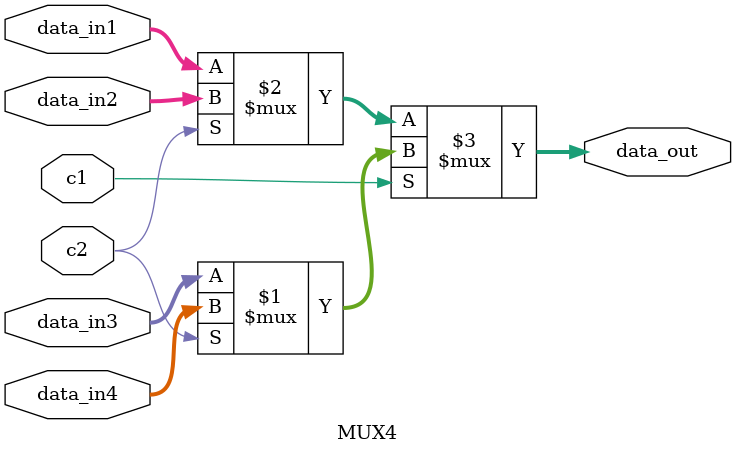
<source format=v>
`timescale 1ns / 1ps


module MUX4(
input [31:0] data_in1,
input [31:0] data_in2,
input [31:0] data_in3,
input [31:0] data_in4,
input c1,
input c2,
output [31:0] data_out
    );
    
    assign data_out=c1?(c2?data_in4:data_in3):(c2?data_in2:data_in1);

endmodule


</source>
